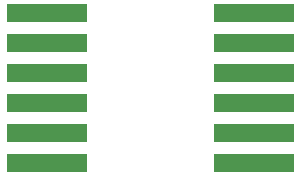
<source format=gts>
G04 Layer: TopSolderMaskLayer*
G04 EasyEDA v6.4.20.6, 2021-08-10T17:15:55+02:00*
G04 7b13affcda024765ae535b18742ed463,10*
G04 Gerber Generator version 0.2*
G04 Scale: 100 percent, Rotated: No, Reflected: No *
G04 Dimensions in millimeters *
G04 leading zeros omitted , absolute positions ,4 integer and 5 decimal *
%FSLAX45Y45*%
%MOMM*%

%ADD10C,0.0001*%

%LPD*%
G36*
X1758442Y-403860D02*
G01*
X1758442Y-256539D01*
X2432558Y-256539D01*
X2432558Y-403860D01*
G37*
G36*
X1758442Y-657860D02*
G01*
X1758442Y-510539D01*
X2432558Y-510539D01*
X2432558Y-657860D01*
G37*
G36*
X1758442Y-911860D02*
G01*
X1758442Y-764539D01*
X2432558Y-764539D01*
X2432558Y-911860D01*
G37*
G36*
X5842Y-1165860D02*
G01*
X5842Y-1018539D01*
X679957Y-1018539D01*
X679957Y-1165860D01*
G37*
G36*
X5842Y-657860D02*
G01*
X5842Y-510539D01*
X679957Y-510539D01*
X679957Y-657860D01*
G37*
G36*
X5842Y-403860D02*
G01*
X5842Y-256539D01*
X679957Y-256539D01*
X679957Y-403860D01*
G37*
G36*
X5842Y-1419860D02*
G01*
X5842Y-1272539D01*
X679957Y-1272539D01*
X679957Y-1419860D01*
G37*
G36*
X5842Y-1673860D02*
G01*
X5842Y-1526539D01*
X679957Y-1526539D01*
X679957Y-1673860D01*
G37*
G36*
X5842Y-911860D02*
G01*
X5842Y-764539D01*
X679957Y-764539D01*
X679957Y-911860D01*
G37*
G36*
X1758442Y-1165860D02*
G01*
X1758442Y-1018539D01*
X2432558Y-1018539D01*
X2432558Y-1165860D01*
G37*
G36*
X1758442Y-1419860D02*
G01*
X1758442Y-1272539D01*
X2432558Y-1272539D01*
X2432558Y-1419860D01*
G37*
G36*
X1758442Y-1673860D02*
G01*
X1758442Y-1526539D01*
X2432558Y-1526539D01*
X2432558Y-1673860D01*
G37*
M02*

</source>
